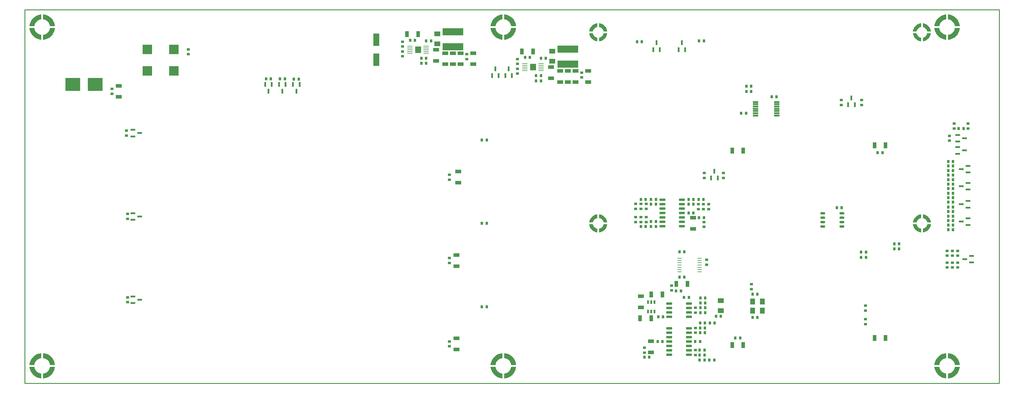
<source format=gtp>
G04 Layer_Color=10723209*
%FSLAX43Y43*%
%MOMM*%
G71*
G01*
G75*
%ADD10R,2.700X2.700*%
%ADD12R,6.000X2.000*%
%ADD13R,0.600X1.000*%
%ADD14R,0.600X1.350*%
%ADD15O,1.450X0.650*%
%ADD16R,1.340X1.800*%
%ADD17R,0.900X0.800*%
G04:AMPARAMS|DCode=18|XSize=0.45mm|YSize=1.6mm|CornerRadius=0.05mm|HoleSize=0mm|Usage=FLASHONLY|Rotation=90.000|XOffset=0mm|YOffset=0mm|HoleType=Round|Shape=RoundedRectangle|*
%AMROUNDEDRECTD18*
21,1,0.450,1.501,0,0,90.0*
21,1,0.351,1.600,0,0,90.0*
1,1,0.099,0.750,0.175*
1,1,0.099,0.750,-0.175*
1,1,0.099,-0.750,-0.175*
1,1,0.099,-0.750,0.175*
%
%ADD18ROUNDEDRECTD18*%
%ADD19R,4.240X3.810*%
%ADD20R,0.800X0.900*%
%ADD21R,1.800X3.550*%
G04:AMPARAMS|DCode=23|XSize=0.65mm|YSize=1.65mm|CornerRadius=0.049mm|HoleSize=0mm|Usage=FLASHONLY|Rotation=270.000|XOffset=0mm|YOffset=0mm|HoleType=Round|Shape=RoundedRectangle|*
%AMROUNDEDRECTD23*
21,1,0.650,1.552,0,0,270.0*
21,1,0.552,1.650,0,0,270.0*
1,1,0.098,-0.776,-0.276*
1,1,0.098,-0.776,0.276*
1,1,0.098,0.776,0.276*
1,1,0.098,0.776,-0.276*
%
%ADD23ROUNDEDRECTD23*%
%ADD24R,1.700X1.000*%
G04:AMPARAMS|DCode=26|XSize=1.73mm|YSize=1.9mm|CornerRadius=0.052mm|HoleSize=0mm|Usage=FLASHONLY|Rotation=0.000|XOffset=0mm|YOffset=0mm|HoleType=Round|Shape=RoundedRectangle|*
%AMROUNDEDRECTD26*
21,1,1.730,1.796,0,0,0.0*
21,1,1.626,1.900,0,0,0.0*
1,1,0.104,0.813,-0.898*
1,1,0.104,-0.813,-0.898*
1,1,0.104,-0.813,0.898*
1,1,0.104,0.813,0.898*
%
%ADD26ROUNDEDRECTD26*%
%ADD27R,1.350X0.600*%
%ADD28R,1.000X1.700*%
%ADD29R,1.800X1.340*%
%ADD38C,0.254*%
%ADD76O,1.300X0.250*%
G04:AMPARAMS|DCode=77|XSize=0.2mm|YSize=1.45mm|CornerRadius=0mm|HoleSize=0mm|Usage=FLASHONLY|Rotation=90.000|XOffset=0mm|YOffset=0mm|HoleType=Round|Shape=RoundedRectangle|*
%AMROUNDEDRECTD77*
21,1,0.200,1.450,0,0,90.0*
21,1,0.200,1.450,0,0,90.0*
1,1,0.000,0.725,0.100*
1,1,0.000,0.725,-0.100*
1,1,0.000,-0.725,-0.100*
1,1,0.000,-0.725,0.100*
%
%ADD77ROUNDEDRECTD77*%
G36*
X256240Y45750D02*
X256264Y45632D01*
X256340Y45402D01*
X256450Y45188D01*
X256592Y44993D01*
X256763Y44822D01*
X256958Y44680D01*
X257172Y44570D01*
X257402Y44494D01*
X257520Y44470D01*
X257520Y44470D01*
X257520D01*
X257520Y43412D01*
X257297Y43434D01*
X256864Y43553D01*
X256457Y43744D01*
X256090Y44003D01*
X255773Y44320D01*
X255514Y44688D01*
X255323Y45094D01*
X255204Y45527D01*
X255182Y45750D01*
Y45750D01*
X256241D01*
X256240Y45750D01*
D02*
G37*
G36*
X167338Y45750D02*
X167316Y45527D01*
X167197Y45094D01*
X167006Y44688D01*
X166747Y44320D01*
X166430Y44003D01*
X166062Y43744D01*
X165656Y43553D01*
X165223Y43434D01*
X165000Y43412D01*
X165000D01*
Y44471D01*
X165000Y44470D01*
X165118Y44494D01*
X165348Y44570D01*
X165562Y44680D01*
X165757Y44822D01*
X165928Y44993D01*
X166070Y45188D01*
X166180Y45402D01*
X166256Y45632D01*
X166280Y45750D01*
Y45750D01*
Y45750D01*
X167338Y45750D01*
D02*
G37*
G36*
X163220Y45750D02*
X163244Y45632D01*
X163320Y45402D01*
X163430Y45188D01*
X163572Y44993D01*
X163743Y44822D01*
X163938Y44680D01*
X164152Y44570D01*
X164382Y44494D01*
X164500Y44470D01*
X164500Y44470D01*
X164500D01*
X164500Y43412D01*
X164277Y43434D01*
X163844Y43553D01*
X163438Y43744D01*
X163070Y44003D01*
X162753Y44320D01*
X162494Y44688D01*
X162303Y45094D01*
X162184Y45527D01*
X162162Y45750D01*
Y45750D01*
X163221D01*
X163220Y45750D01*
D02*
G37*
G36*
X141141Y5250D02*
Y5250D01*
D01*
Y5250D01*
D02*
G37*
G36*
X137250Y8641D02*
Y7236D01*
X137250D01*
Y7236D01*
X137063Y7207D01*
X136699Y7103D01*
X136358Y6938D01*
X136049Y6719D01*
X135781Y6452D01*
X135562Y6143D01*
X135398Y5801D01*
X135293Y5437D01*
X135264Y5250D01*
Y5250D01*
X133859D01*
X133874Y5468D01*
X133955Y5897D01*
X134087Y6313D01*
X134268Y6710D01*
X134495Y7083D01*
X134765Y7427D01*
X135074Y7735D01*
X135417Y8005D01*
X135790Y8232D01*
X136187Y8413D01*
X136603Y8545D01*
X137032Y8626D01*
X137250Y8641D01*
D01*
X137250D01*
X137250D01*
D02*
G37*
G36*
X260358Y45750D02*
X260336Y45527D01*
X260217Y45094D01*
X260026Y44688D01*
X259767Y44320D01*
X259450Y44003D01*
X259082Y43744D01*
X258676Y43553D01*
X258243Y43434D01*
X258020Y43412D01*
X258020D01*
Y44471D01*
X258020Y44470D01*
X258138Y44494D01*
X258368Y44570D01*
X258582Y44680D01*
X258777Y44822D01*
X258948Y44993D01*
X259090Y45188D01*
X259200Y45402D01*
X259276Y45632D01*
X259300Y45750D01*
Y45750D01*
Y45750D01*
X260358Y45750D01*
D02*
G37*
G36*
X257520Y47529D02*
X257520Y47530D01*
X257402Y47506D01*
X257172Y47430D01*
X256958Y47320D01*
X256763Y47178D01*
X256592Y47007D01*
X256450Y46812D01*
X256340Y46598D01*
X256264Y46368D01*
X256240Y46250D01*
X256240D01*
Y46250D01*
X255182D01*
X255204Y46473D01*
X255323Y46906D01*
X255514Y47312D01*
X255773Y47680D01*
X256090Y47997D01*
X256457Y48256D01*
X256864Y48447D01*
X257297Y48566D01*
X257520Y48588D01*
Y48588D01*
X257520D01*
Y47529D01*
D02*
G37*
G36*
X163220Y100750D02*
X163244Y100632D01*
X163320Y100402D01*
X163430Y100188D01*
X163572Y99993D01*
X163743Y99822D01*
X163938Y99680D01*
X164152Y99570D01*
X164382Y99494D01*
X164500Y99470D01*
X164500Y99470D01*
X164500D01*
X164500Y98412D01*
X164277Y98434D01*
X163844Y98553D01*
X163438Y98744D01*
X163070Y99003D01*
X162753Y99320D01*
X162494Y99688D01*
X162303Y100094D01*
X162184Y100527D01*
X162162Y100750D01*
Y100750D01*
X163221D01*
X163220Y100750D01*
D02*
G37*
G36*
X164500Y47529D02*
X164500Y47530D01*
X164382Y47506D01*
X164152Y47430D01*
X163938Y47320D01*
X163743Y47178D01*
X163572Y47007D01*
X163430Y46812D01*
X163320Y46598D01*
X163244Y46368D01*
X163220Y46250D01*
X163220D01*
Y46250D01*
X162162D01*
X162184Y46473D01*
X162303Y46906D01*
X162494Y47312D01*
X162753Y47680D01*
X163070Y47997D01*
X163438Y48256D01*
X163844Y48447D01*
X164277Y48566D01*
X164500Y48588D01*
Y48588D01*
X164500D01*
Y47529D01*
D02*
G37*
G36*
X165223Y48566D02*
X165656Y48447D01*
X166062Y48256D01*
X166430Y47997D01*
X166747Y47680D01*
X167006Y47312D01*
X167197Y46906D01*
X167316Y46473D01*
X167338Y46250D01*
X167338Y46250D01*
Y46250D01*
X166279D01*
X166280Y46250D01*
X166256Y46368D01*
X166180Y46598D01*
X166070Y46812D01*
X165928Y47007D01*
X165757Y47178D01*
X165562Y47320D01*
X165348Y47430D01*
X165118Y47506D01*
X165000Y47530D01*
X165000D01*
Y48588D01*
X165223Y48566D01*
D02*
G37*
G36*
X258243D02*
X258676Y48447D01*
X259082Y48256D01*
X259450Y47997D01*
X259767Y47680D01*
X260026Y47312D01*
X260217Y46906D01*
X260336Y46473D01*
X260358Y46250D01*
X260358Y46250D01*
Y46250D01*
X259299D01*
X259300Y46250D01*
X259276Y46368D01*
X259200Y46598D01*
X259090Y46812D01*
X258948Y47007D01*
X258777Y47178D01*
X258582Y47320D01*
X258368Y47430D01*
X258138Y47506D01*
X258020Y47530D01*
X258020D01*
Y48588D01*
X258243Y48566D01*
D02*
G37*
G36*
X2793Y4563D02*
X2897Y4199D01*
X3062Y3858D01*
X3281Y3549D01*
X3548Y3281D01*
X3857Y3062D01*
X4199Y2898D01*
X4563Y2793D01*
X4750Y2764D01*
X4750D01*
Y1359D01*
X4750Y1359D01*
X4532Y1374D01*
X4103Y1455D01*
X3687Y1587D01*
X3290Y1768D01*
X2917Y1995D01*
X2573Y2265D01*
X2265Y2573D01*
X1995Y2917D01*
X1768Y3290D01*
X1587Y3687D01*
X1455Y4103D01*
X1374Y4532D01*
X1359Y4750D01*
X1359Y4750D01*
X2764D01*
Y4750D01*
X2793Y4563D01*
D02*
G37*
G36*
X262793D02*
X262897Y4199D01*
X263062Y3858D01*
X263281Y3549D01*
X263548Y3281D01*
X263857Y3062D01*
X264199Y2898D01*
X264563Y2793D01*
X264750Y2764D01*
X264750D01*
Y1359D01*
X264750Y1359D01*
X264532Y1374D01*
X264103Y1455D01*
X263687Y1587D01*
X263290Y1768D01*
X262917Y1995D01*
X262573Y2265D01*
X262265Y2573D01*
X261995Y2917D01*
X261768Y3290D01*
X261587Y3687D01*
X261455Y4103D01*
X261374Y4532D01*
X261359Y4750D01*
X261359Y4750D01*
X262764D01*
Y4750D01*
X262793Y4563D01*
D02*
G37*
G36*
X141141Y4750D02*
X141126Y4532D01*
X141045Y4103D01*
X140913Y3687D01*
X140732Y3290D01*
X140505Y2917D01*
X140235Y2573D01*
X139926Y2265D01*
X139583Y1995D01*
X139210Y1768D01*
X138813Y1587D01*
X138397Y1455D01*
X137968Y1374D01*
X137750Y1359D01*
X137750Y1359D01*
Y2764D01*
X137750D01*
X137937Y2793D01*
X138301Y2897D01*
X138642Y3062D01*
X138951Y3281D01*
X139219Y3548D01*
X139438Y3857D01*
X139602Y4199D01*
X139707Y4563D01*
X139736Y4750D01*
X139736Y4750D01*
X141141D01*
Y4750D01*
D02*
G37*
G36*
X8641Y4750D02*
X8626Y4532D01*
X8545Y4103D01*
X8413Y3687D01*
X8232Y3290D01*
X8005Y2917D01*
X7735Y2573D01*
X7426Y2265D01*
X7083Y1995D01*
X6710Y1768D01*
X6313Y1587D01*
X5897Y1455D01*
X5468Y1373D01*
X5250Y1359D01*
X5250Y1359D01*
Y2764D01*
X5250D01*
X5437Y2793D01*
X5801Y2897D01*
X6142Y3062D01*
X6451Y3281D01*
X6719Y3548D01*
X6938Y3857D01*
X7102Y4199D01*
X7207Y4563D01*
X7236Y4750D01*
X7236Y4750D01*
X8641D01*
Y4750D01*
D02*
G37*
G36*
X268641D02*
X268626Y4532D01*
X268545Y4103D01*
X268413Y3687D01*
X268232Y3290D01*
X268005Y2917D01*
X267735Y2573D01*
X267427Y2265D01*
X267083Y1995D01*
X266710Y1768D01*
X266313Y1587D01*
X265897Y1455D01*
X265468Y1373D01*
X265250Y1359D01*
X265250Y1359D01*
Y2764D01*
X265250D01*
X265437Y2793D01*
X265801Y2897D01*
X266142Y3062D01*
X266451Y3281D01*
X266719Y3548D01*
X266938Y3857D01*
X267102Y4199D01*
X267207Y4563D01*
X267236Y4750D01*
X267236Y4750D01*
X268641D01*
Y4750D01*
D02*
G37*
G36*
X135293Y4563D02*
X135397Y4199D01*
X135562Y3858D01*
X135781Y3549D01*
X136048Y3281D01*
X136357Y3062D01*
X136699Y2898D01*
X137063Y2793D01*
X137250Y2764D01*
X137250D01*
Y1359D01*
X137250Y1359D01*
X137032Y1374D01*
X136603Y1455D01*
X136187Y1587D01*
X135790Y1768D01*
X135417Y1995D01*
X135073Y2265D01*
X134765Y2573D01*
X134495Y2917D01*
X134268Y3290D01*
X134087Y3687D01*
X133955Y4103D01*
X133874Y4532D01*
X133859Y4750D01*
X133859Y4750D01*
X135264D01*
Y4750D01*
X135293Y4563D01*
D02*
G37*
G36*
X4750Y8641D02*
Y7236D01*
X4750D01*
Y7236D01*
X4563Y7207D01*
X4199Y7102D01*
X3858Y6938D01*
X3549Y6719D01*
X3281Y6452D01*
X3062Y6143D01*
X2898Y5801D01*
X2793Y5437D01*
X2764Y5250D01*
Y5250D01*
X1359D01*
X1374Y5468D01*
X1455Y5897D01*
X1587Y6313D01*
X1768Y6710D01*
X1995Y7083D01*
X2265Y7427D01*
X2573Y7735D01*
X2917Y8005D01*
X3290Y8232D01*
X3687Y8413D01*
X4103Y8545D01*
X4532Y8626D01*
X4750Y8641D01*
D01*
X4750D01*
X4750D01*
D02*
G37*
G36*
X264750D02*
Y7236D01*
X264750D01*
Y7236D01*
X264563Y7207D01*
X264199Y7102D01*
X263858Y6938D01*
X263549Y6719D01*
X263281Y6452D01*
X263062Y6143D01*
X262898Y5801D01*
X262793Y5437D01*
X262764Y5250D01*
Y5250D01*
X261359D01*
X261374Y5468D01*
X261455Y5897D01*
X261587Y6313D01*
X261768Y6710D01*
X261995Y7083D01*
X262265Y7427D01*
X262573Y7735D01*
X262917Y8005D01*
X263290Y8232D01*
X263687Y8413D01*
X264103Y8545D01*
X264532Y8626D01*
X264750Y8641D01*
D01*
X264750D01*
X264750D01*
D02*
G37*
G36*
X265468Y8626D02*
X265897Y8545D01*
X266313Y8413D01*
X266710Y8232D01*
X267083Y8005D01*
X267427Y7735D01*
X267735Y7426D01*
X268005Y7083D01*
X268232Y6710D01*
X268413Y6313D01*
X268545Y5897D01*
X268626Y5468D01*
X268641Y5250D01*
D01*
Y5250D01*
Y5250D01*
X267236D01*
Y5250D01*
X267236Y5250D01*
X267207Y5437D01*
X267103Y5801D01*
X266938Y6142D01*
X266719Y6451D01*
X266452Y6719D01*
X266143Y6938D01*
X265801Y7102D01*
X265437Y7207D01*
X265250Y7236D01*
X265250Y7236D01*
Y8641D01*
X265468Y8626D01*
D02*
G37*
G36*
X5468D02*
X5897Y8545D01*
X6313Y8413D01*
X6710Y8232D01*
X7083Y8005D01*
X7427Y7735D01*
X7735Y7426D01*
X8005Y7083D01*
X8232Y6710D01*
X8413Y6313D01*
X8545Y5897D01*
X8626Y5468D01*
X8641Y5250D01*
D01*
Y5250D01*
Y5250D01*
X7236D01*
Y5250D01*
X7236Y5250D01*
X7207Y5437D01*
X7103Y5801D01*
X6938Y6142D01*
X6719Y6451D01*
X6452Y6719D01*
X6143Y6938D01*
X5801Y7102D01*
X5437Y7207D01*
X5250Y7236D01*
X5250Y7236D01*
Y8641D01*
X5468Y8626D01*
D02*
G37*
G36*
X137968Y8626D02*
X138397Y8545D01*
X138813Y8413D01*
X139210Y8232D01*
X139583Y8005D01*
X139927Y7735D01*
X140235Y7426D01*
X140505Y7083D01*
X140732Y6710D01*
X140913Y6313D01*
X141045Y5897D01*
X141126Y5468D01*
X141141Y5250D01*
X139736D01*
Y5250D01*
X139736Y5250D01*
X139707Y5437D01*
X139603Y5801D01*
X139438Y6142D01*
X139219Y6451D01*
X138952Y6719D01*
X138643Y6938D01*
X138301Y7102D01*
X137937Y7207D01*
X137750Y7236D01*
X137750Y7236D01*
Y8641D01*
X137968Y8626D01*
D02*
G37*
G36*
Y106126D02*
X138397Y106045D01*
X138813Y105913D01*
X139210Y105732D01*
X139583Y105505D01*
X139927Y105235D01*
X140235Y104926D01*
X140505Y104583D01*
X140732Y104210D01*
X140913Y103813D01*
X141045Y103397D01*
X141126Y102968D01*
X141141Y102750D01*
D01*
Y102750D01*
Y102750D01*
X139736D01*
Y102750D01*
X139736Y102750D01*
X139707Y102937D01*
X139603Y103301D01*
X139438Y103642D01*
X139219Y103951D01*
X138952Y104219D01*
X138643Y104438D01*
X138301Y104602D01*
X137937Y104707D01*
X137750Y104736D01*
X137750Y104736D01*
Y106141D01*
X137968Y106126D01*
D02*
G37*
G36*
X265468D02*
X265897Y106045D01*
X266313Y105913D01*
X266710Y105732D01*
X267083Y105505D01*
X267427Y105235D01*
X267735Y104926D01*
X268005Y104583D01*
X268232Y104210D01*
X268413Y103813D01*
X268545Y103397D01*
X268626Y102968D01*
X268641Y102750D01*
D01*
Y102750D01*
Y102750D01*
X267236D01*
Y102750D01*
X267236Y102750D01*
X267207Y102937D01*
X267103Y103301D01*
X266938Y103642D01*
X266719Y103951D01*
X266452Y104219D01*
X266143Y104438D01*
X265801Y104602D01*
X265437Y104707D01*
X265250Y104736D01*
X265250Y104736D01*
Y106141D01*
X265468Y106126D01*
D02*
G37*
G36*
X5468D02*
X5897Y106045D01*
X6313Y105913D01*
X6710Y105732D01*
X7083Y105505D01*
X7427Y105235D01*
X7735Y104926D01*
X8005Y104583D01*
X8232Y104210D01*
X8413Y103813D01*
X8545Y103397D01*
X8626Y102968D01*
X8641Y102750D01*
D01*
Y102750D01*
Y102750D01*
X7236D01*
Y102750D01*
X7236Y102750D01*
X7207Y102937D01*
X7103Y103301D01*
X6938Y103642D01*
X6719Y103951D01*
X6452Y104219D01*
X6143Y104438D01*
X5801Y104602D01*
X5437Y104707D01*
X5250Y104736D01*
X5250Y104736D01*
Y106141D01*
X5468Y106126D01*
D02*
G37*
G36*
X164500Y102529D02*
X164500Y102530D01*
X164382Y102506D01*
X164152Y102430D01*
X163938Y102320D01*
X163743Y102178D01*
X163572Y102007D01*
X163430Y101812D01*
X163320Y101598D01*
X163244Y101368D01*
X163220Y101250D01*
X163220D01*
Y101250D01*
X162162D01*
X162184Y101473D01*
X162303Y101906D01*
X162494Y102312D01*
X162753Y102680D01*
X163070Y102997D01*
X163438Y103256D01*
X163844Y103447D01*
X164277Y103566D01*
X164500Y103588D01*
Y103588D01*
X164500D01*
Y102529D01*
D02*
G37*
G36*
X257500D02*
X257500Y102530D01*
X257382Y102506D01*
X257152Y102430D01*
X256938Y102320D01*
X256743Y102178D01*
X256572Y102007D01*
X256430Y101812D01*
X256320Y101598D01*
X256244Y101368D01*
X256220Y101250D01*
X256220D01*
Y101250D01*
X255162D01*
X255184Y101473D01*
X255303Y101906D01*
X255494Y102312D01*
X255753Y102680D01*
X256070Y102997D01*
X256438Y103256D01*
X256844Y103447D01*
X257277Y103566D01*
X257500Y103588D01*
Y103588D01*
X257500D01*
Y102529D01*
D02*
G37*
G36*
X4750Y104736D02*
X4750D01*
Y104736D01*
X4563Y104707D01*
X4199Y104603D01*
X3858Y104438D01*
X3549Y104219D01*
X3281Y103952D01*
X3062Y103643D01*
X2898Y103301D01*
X2793Y102937D01*
X2764Y102750D01*
Y102750D01*
X1359D01*
X1374Y102968D01*
X1455Y103397D01*
X1587Y103813D01*
X1768Y104210D01*
X1995Y104583D01*
X2265Y104927D01*
X2573Y105235D01*
X2917Y105505D01*
X3290Y105732D01*
X3687Y105913D01*
X4103Y106045D01*
X4532Y106126D01*
X4750Y106141D01*
Y104736D01*
D02*
G37*
G36*
X137250Y106141D02*
D01*
X137250D01*
X137250D01*
D02*
G37*
G36*
X264750D02*
D01*
X264750D01*
X264750D01*
D02*
G37*
G36*
X4750D02*
D01*
X4750D01*
X4750D01*
D02*
G37*
G36*
X137250Y104736D02*
X137250D01*
Y104736D01*
X137063Y104707D01*
X136699Y104603D01*
X136358Y104438D01*
X136049Y104219D01*
X135781Y103952D01*
X135562Y103643D01*
X135398Y103301D01*
X135293Y102937D01*
X135264Y102750D01*
Y102750D01*
X133859D01*
X133874Y102968D01*
X133955Y103397D01*
X134087Y103813D01*
X134268Y104210D01*
X134495Y104583D01*
X134765Y104927D01*
X135074Y105235D01*
X135417Y105505D01*
X135790Y105732D01*
X136187Y105913D01*
X136603Y106045D01*
X137032Y106126D01*
X137250Y106141D01*
Y104736D01*
D02*
G37*
G36*
X264750D02*
X264750D01*
Y104736D01*
X264563Y104707D01*
X264199Y104603D01*
X263858Y104438D01*
X263549Y104219D01*
X263281Y103952D01*
X263062Y103643D01*
X262898Y103301D01*
X262793Y102937D01*
X262764Y102750D01*
Y102750D01*
X261359D01*
X261374Y102968D01*
X261455Y103397D01*
X261587Y103813D01*
X261768Y104210D01*
X261995Y104583D01*
X262265Y104927D01*
X262573Y105235D01*
X262917Y105505D01*
X263290Y105732D01*
X263687Y105913D01*
X264103Y106045D01*
X264532Y106126D01*
X264750Y106141D01*
Y104736D01*
D02*
G37*
G36*
X268641Y102250D02*
X268626Y102032D01*
X268545Y101603D01*
X268413Y101187D01*
X268232Y100790D01*
X268005Y100417D01*
X267735Y100073D01*
X267427Y99765D01*
X267083Y99495D01*
X266710Y99268D01*
X266313Y99087D01*
X265897Y98955D01*
X265468Y98874D01*
X265250Y98859D01*
X265250Y98859D01*
Y100264D01*
X265250D01*
X265437Y100293D01*
X265801Y100397D01*
X266142Y100562D01*
X266451Y100781D01*
X266719Y101048D01*
X266938Y101357D01*
X267102Y101699D01*
X267207Y102063D01*
X267236Y102250D01*
X267236Y102250D01*
X268641D01*
Y102250D01*
D02*
G37*
G36*
X167338Y100750D02*
X167316Y100527D01*
X167197Y100094D01*
X167006Y99688D01*
X166747Y99320D01*
X166430Y99003D01*
X166062Y98744D01*
X165656Y98553D01*
X165223Y98434D01*
X165000Y98412D01*
X165000D01*
Y99471D01*
X165000Y99470D01*
X165118Y99494D01*
X165348Y99570D01*
X165562Y99680D01*
X165757Y99822D01*
X165928Y99993D01*
X166070Y100188D01*
X166180Y100402D01*
X166256Y100632D01*
X166280Y100750D01*
Y100750D01*
Y100750D01*
X167338Y100750D01*
D02*
G37*
G36*
X141141Y102250D02*
X141126Y102032D01*
X141045Y101603D01*
X140913Y101187D01*
X140732Y100790D01*
X140505Y100417D01*
X140235Y100073D01*
X139926Y99765D01*
X139583Y99495D01*
X139210Y99268D01*
X138813Y99087D01*
X138397Y98955D01*
X137968Y98874D01*
X137750Y98859D01*
X137750Y98859D01*
Y100264D01*
X137750D01*
X137937Y100293D01*
X138301Y100397D01*
X138642Y100562D01*
X138951Y100781D01*
X139219Y101048D01*
X139438Y101357D01*
X139602Y101699D01*
X139707Y102063D01*
X139736Y102250D01*
X139736Y102250D01*
X141141D01*
Y102250D01*
D02*
G37*
G36*
X256220Y100750D02*
X256244Y100632D01*
X256320Y100402D01*
X256430Y100188D01*
X256572Y99993D01*
X256743Y99822D01*
X256938Y99680D01*
X257152Y99570D01*
X257382Y99494D01*
X257500Y99470D01*
X257500Y99470D01*
X257500D01*
X257500Y98412D01*
X257277Y98434D01*
X256844Y98553D01*
X256438Y98744D01*
X256070Y99003D01*
X255753Y99320D01*
X255494Y99688D01*
X255303Y100094D01*
X255184Y100527D01*
X255162Y100750D01*
Y100750D01*
X256221D01*
X256220Y100750D01*
D02*
G37*
G36*
X8641Y102250D02*
X8626Y102032D01*
X8545Y101603D01*
X8413Y101187D01*
X8232Y100790D01*
X8005Y100417D01*
X7735Y100073D01*
X7426Y99765D01*
X7083Y99495D01*
X6710Y99268D01*
X6313Y99087D01*
X5897Y98955D01*
X5468Y98874D01*
X5250Y98859D01*
X5250Y98859D01*
Y100264D01*
X5250D01*
X5437Y100293D01*
X5801Y100397D01*
X6142Y100562D01*
X6451Y100781D01*
X6719Y101048D01*
X6938Y101357D01*
X7102Y101699D01*
X7207Y102063D01*
X7236Y102250D01*
X7236Y102250D01*
X8641D01*
Y102250D01*
D02*
G37*
G36*
X260338Y100750D02*
X260316Y100527D01*
X260197Y100094D01*
X260006Y99688D01*
X259747Y99320D01*
X259430Y99003D01*
X259062Y98744D01*
X258656Y98553D01*
X258223Y98434D01*
X258000Y98412D01*
X258000D01*
Y99471D01*
X258000Y99470D01*
X258118Y99494D01*
X258348Y99570D01*
X258562Y99680D01*
X258757Y99822D01*
X258928Y99993D01*
X259070Y100188D01*
X259180Y100402D01*
X259256Y100632D01*
X259280Y100750D01*
Y100750D01*
Y100750D01*
X260338Y100750D01*
D02*
G37*
G36*
X135293Y102063D02*
X135397Y101699D01*
X135562Y101358D01*
X135781Y101049D01*
X136048Y100781D01*
X136357Y100562D01*
X136699Y100398D01*
X137063Y100293D01*
X137250Y100264D01*
X137250D01*
Y98859D01*
X137250Y98859D01*
X137032Y98874D01*
X136603Y98955D01*
X136187Y99087D01*
X135790Y99268D01*
X135417Y99495D01*
X135073Y99765D01*
X134765Y100074D01*
X134495Y100417D01*
X134268Y100790D01*
X134087Y101187D01*
X133955Y101603D01*
X133874Y102032D01*
X133859Y102250D01*
X133859Y102250D01*
X135264D01*
Y102250D01*
X135293Y102063D01*
D02*
G37*
G36*
X262793D02*
X262897Y101699D01*
X263062Y101358D01*
X263281Y101049D01*
X263548Y100781D01*
X263857Y100562D01*
X264199Y100398D01*
X264563Y100293D01*
X264750Y100264D01*
X264750D01*
Y98859D01*
X264750Y98859D01*
X264532Y98874D01*
X264103Y98955D01*
X263687Y99087D01*
X263290Y99268D01*
X262917Y99495D01*
X262573Y99765D01*
X262265Y100074D01*
X261995Y100417D01*
X261768Y100790D01*
X261587Y101187D01*
X261455Y101603D01*
X261374Y102032D01*
X261359Y102250D01*
X261359Y102250D01*
X262764D01*
Y102250D01*
X262793Y102063D01*
D02*
G37*
G36*
X2793D02*
X2897Y101699D01*
X3062Y101358D01*
X3281Y101049D01*
X3548Y100781D01*
X3857Y100562D01*
X4199Y100398D01*
X4563Y100293D01*
X4750Y100264D01*
X4750D01*
Y98859D01*
X4750Y98859D01*
X4532Y98874D01*
X4103Y98955D01*
X3687Y99087D01*
X3290Y99268D01*
X2917Y99495D01*
X2573Y99765D01*
X2265Y100074D01*
X1995Y100417D01*
X1768Y100790D01*
X1587Y101187D01*
X1455Y101603D01*
X1374Y102032D01*
X1359Y102250D01*
X1359Y102250D01*
X2764D01*
Y102250D01*
X2793Y102063D01*
D02*
G37*
G36*
X165223Y103566D02*
X165656Y103447D01*
X166062Y103256D01*
X166430Y102997D01*
X166747Y102680D01*
X167006Y102312D01*
X167197Y101906D01*
X167316Y101473D01*
X167338Y101250D01*
X167338Y101250D01*
Y101250D01*
X166279D01*
X166280Y101250D01*
X166256Y101368D01*
X166180Y101598D01*
X166070Y101812D01*
X165928Y102007D01*
X165757Y102178D01*
X165562Y102320D01*
X165348Y102430D01*
X165118Y102506D01*
X165000Y102530D01*
X165000D01*
Y103588D01*
X165223Y103566D01*
D02*
G37*
G36*
X258223D02*
X258656Y103447D01*
X259062Y103256D01*
X259430Y102997D01*
X259747Y102680D01*
X260006Y102312D01*
X260197Y101906D01*
X260316Y101473D01*
X260338Y101250D01*
X260338Y101250D01*
Y101250D01*
X259279D01*
X259280Y101250D01*
X259256Y101368D01*
X259180Y101598D01*
X259070Y101812D01*
X258928Y102007D01*
X258757Y102178D01*
X258562Y102320D01*
X258348Y102430D01*
X258118Y102506D01*
X258000Y102530D01*
X258000D01*
Y103588D01*
X258223Y103566D01*
D02*
G37*
D10*
X35190Y89890D02*
D03*
X42810D02*
D03*
Y96110D02*
D03*
X35190D02*
D03*
D12*
X123000Y96850D02*
D03*
Y101150D02*
D03*
X156000Y91850D02*
D03*
Y96150D02*
D03*
D13*
X179050Y20625D02*
D03*
X180000D02*
D03*
X180950D02*
D03*
Y23375D02*
D03*
X180000D02*
D03*
X179050D02*
D03*
D14*
X138050Y88525D02*
D03*
X139950D02*
D03*
X139000Y90475D02*
D03*
X236550Y80125D02*
D03*
X238450D02*
D03*
X237500Y82075D02*
D03*
X180550Y96025D02*
D03*
X182450D02*
D03*
X181500Y97975D02*
D03*
X187850Y96025D02*
D03*
X189750D02*
D03*
X188800Y97975D02*
D03*
X78950Y85975D02*
D03*
X77050D02*
D03*
X78000Y84025D02*
D03*
X74950Y85975D02*
D03*
X73050D02*
D03*
X74000Y84025D02*
D03*
X70950Y85975D02*
D03*
X69050D02*
D03*
X70000Y84025D02*
D03*
X197180Y59095D02*
D03*
X199080D02*
D03*
X198130Y61045D02*
D03*
X134250Y88525D02*
D03*
X136150D02*
D03*
X135200Y90475D02*
D03*
D15*
X234725Y45095D02*
D03*
Y46365D02*
D03*
Y47635D02*
D03*
Y48905D02*
D03*
X229275Y45095D02*
D03*
Y46365D02*
D03*
Y47635D02*
D03*
Y48905D02*
D03*
D16*
X209070Y23500D02*
D03*
X211930D02*
D03*
X209070Y20900D02*
D03*
X211930D02*
D03*
D17*
X241500Y17000D02*
D03*
Y18400D02*
D03*
X265700Y69800D02*
D03*
Y71200D02*
D03*
X265000Y33300D02*
D03*
Y34700D02*
D03*
Y36700D02*
D03*
Y38100D02*
D03*
X266500Y34700D02*
D03*
Y33300D02*
D03*
Y36700D02*
D03*
Y38100D02*
D03*
X267000Y74700D02*
D03*
Y73300D02*
D03*
X271000Y74700D02*
D03*
Y73300D02*
D03*
X192700Y15900D02*
D03*
Y14500D02*
D03*
Y21700D02*
D03*
Y20300D02*
D03*
Y8100D02*
D03*
Y9500D02*
D03*
X178000Y8800D02*
D03*
Y10200D02*
D03*
X178500Y47800D02*
D03*
Y46400D02*
D03*
X122000Y12000D02*
D03*
Y10600D02*
D03*
X178500Y50200D02*
D03*
Y51600D02*
D03*
X122000Y36000D02*
D03*
Y34600D02*
D03*
X193500Y50100D02*
D03*
Y51500D02*
D03*
X122000Y60000D02*
D03*
Y58600D02*
D03*
X195100Y46400D02*
D03*
Y45000D02*
D03*
X195230Y59070D02*
D03*
Y60470D02*
D03*
X200730Y59070D02*
D03*
Y60470D02*
D03*
X25000Y84700D02*
D03*
Y83300D02*
D03*
X47000Y96100D02*
D03*
Y94700D02*
D03*
X160000Y89400D02*
D03*
Y88000D02*
D03*
X141500Y90500D02*
D03*
Y89100D02*
D03*
X127000Y93300D02*
D03*
Y94700D02*
D03*
X108500Y94100D02*
D03*
Y95500D02*
D03*
X185800Y26700D02*
D03*
Y28100D02*
D03*
X175500Y46400D02*
D03*
Y47800D02*
D03*
X177000D02*
D03*
Y46400D02*
D03*
X175500Y51600D02*
D03*
Y50200D02*
D03*
X177000D02*
D03*
Y51600D02*
D03*
X196500Y51500D02*
D03*
Y50100D02*
D03*
X195000D02*
D03*
Y51500D02*
D03*
X141500Y91900D02*
D03*
Y93300D02*
D03*
X108500Y96900D02*
D03*
Y98300D02*
D03*
X29500Y23300D02*
D03*
Y24700D02*
D03*
X240400Y80100D02*
D03*
Y81500D02*
D03*
X29500Y47300D02*
D03*
Y48700D02*
D03*
X234600Y80100D02*
D03*
Y81500D02*
D03*
X29200Y71300D02*
D03*
Y72700D02*
D03*
X268000Y36700D02*
D03*
Y38100D02*
D03*
Y34700D02*
D03*
Y33300D02*
D03*
X195900Y35500D02*
D03*
Y34100D02*
D03*
X241500Y22300D02*
D03*
Y20900D02*
D03*
X208800Y27100D02*
D03*
Y28500D02*
D03*
D18*
X216050Y77050D02*
D03*
Y77700D02*
D03*
Y78350D02*
D03*
Y79000D02*
D03*
Y79650D02*
D03*
Y80300D02*
D03*
Y80950D02*
D03*
X209950Y77050D02*
D03*
Y77700D02*
D03*
Y78350D02*
D03*
Y79000D02*
D03*
Y79650D02*
D03*
Y80300D02*
D03*
Y80950D02*
D03*
D19*
X20185Y86000D02*
D03*
X13815D02*
D03*
D20*
X195100Y47600D02*
D03*
X193700D02*
D03*
X195100Y98500D02*
D03*
X193700D02*
D03*
X240300Y36200D02*
D03*
X241700D02*
D03*
X251200Y38700D02*
D03*
X249800D02*
D03*
X241700Y37700D02*
D03*
X240300D02*
D03*
X249800Y40100D02*
D03*
X251200D02*
D03*
X208700Y85500D02*
D03*
X207300D02*
D03*
X208700Y84000D02*
D03*
X207300D02*
D03*
X207200Y77700D02*
D03*
X205800D02*
D03*
X268300Y73300D02*
D03*
X269700D02*
D03*
X196800Y17300D02*
D03*
X198200D02*
D03*
X194100Y23100D02*
D03*
X195500D02*
D03*
X198100Y6700D02*
D03*
X196700D02*
D03*
X183200Y12000D02*
D03*
X181800D02*
D03*
X177000Y45100D02*
D03*
X178400D02*
D03*
X188100Y37800D02*
D03*
X189500D02*
D03*
X177000Y52900D02*
D03*
X178400D02*
D03*
X195000D02*
D03*
X193600D02*
D03*
X187100Y26600D02*
D03*
X188500D02*
D03*
X188100Y30500D02*
D03*
X189500D02*
D03*
X190700Y49000D02*
D03*
X192100D02*
D03*
X205530Y12970D02*
D03*
X204130D02*
D03*
X245030Y66370D02*
D03*
X246430D02*
D03*
X234700Y50500D02*
D03*
X233300D02*
D03*
X148300Y93500D02*
D03*
X149700D02*
D03*
X143700Y93800D02*
D03*
X145100D02*
D03*
X115300Y98500D02*
D03*
X116700D02*
D03*
X112100Y98700D02*
D03*
X110700D02*
D03*
X175900Y98300D02*
D03*
X177300D02*
D03*
X216000Y82400D02*
D03*
X214600D02*
D03*
X178000Y7500D02*
D03*
X179400D02*
D03*
X195400Y17300D02*
D03*
X194000D02*
D03*
Y15900D02*
D03*
X195400D02*
D03*
X194000Y14500D02*
D03*
X195400D02*
D03*
X194100Y21700D02*
D03*
X195500D02*
D03*
Y24500D02*
D03*
X194100D02*
D03*
Y20300D02*
D03*
X195500D02*
D03*
X179900Y45100D02*
D03*
X181300D02*
D03*
Y46500D02*
D03*
X179900D02*
D03*
X131300Y22000D02*
D03*
X132700D02*
D03*
X179900Y52900D02*
D03*
X181300D02*
D03*
Y51500D02*
D03*
X179900D02*
D03*
X131300Y46000D02*
D03*
X132700D02*
D03*
X192100Y52900D02*
D03*
X190700D02*
D03*
Y51500D02*
D03*
X192100D02*
D03*
X131300Y70000D02*
D03*
X132700D02*
D03*
X146900Y87000D02*
D03*
X148300D02*
D03*
Y88500D02*
D03*
X146900D02*
D03*
X113900Y92100D02*
D03*
X115300D02*
D03*
Y93500D02*
D03*
X113900D02*
D03*
X77300Y87500D02*
D03*
X78700D02*
D03*
X73300Y87600D02*
D03*
X74700D02*
D03*
X69300D02*
D03*
X70700D02*
D03*
X265300Y45500D02*
D03*
X266700D02*
D03*
X265300Y46800D02*
D03*
X266700D02*
D03*
X265300Y50700D02*
D03*
X266700D02*
D03*
X265300Y52100D02*
D03*
X266700D02*
D03*
X192600Y12000D02*
D03*
X194000D02*
D03*
X183400Y19100D02*
D03*
X182000D02*
D03*
X190800Y24700D02*
D03*
X189400D02*
D03*
X193900Y8100D02*
D03*
X195300D02*
D03*
Y6700D02*
D03*
X193900D02*
D03*
Y9500D02*
D03*
X195300D02*
D03*
X265300Y56000D02*
D03*
X266700D02*
D03*
X265300Y57300D02*
D03*
X266700D02*
D03*
X265300Y61200D02*
D03*
X266700D02*
D03*
X265300Y62500D02*
D03*
X266700D02*
D03*
Y63800D02*
D03*
X265300D02*
D03*
X266700Y59900D02*
D03*
X265300D02*
D03*
X266700Y58600D02*
D03*
X265300D02*
D03*
X266700Y54700D02*
D03*
X265300D02*
D03*
X266700Y53400D02*
D03*
X265300D02*
D03*
X266700Y49400D02*
D03*
X265300D02*
D03*
X266700Y48100D02*
D03*
X265300D02*
D03*
X266700Y44200D02*
D03*
X265300D02*
D03*
X209100Y18900D02*
D03*
X210500D02*
D03*
X200000Y19300D02*
D03*
X198600D02*
D03*
X209100Y25600D02*
D03*
X210500D02*
D03*
D21*
X101000Y93125D02*
D03*
Y98875D02*
D03*
D23*
X183175Y52810D02*
D03*
Y51540D02*
D03*
Y50270D02*
D03*
Y49000D02*
D03*
Y47730D02*
D03*
Y46460D02*
D03*
Y45190D02*
D03*
X188825Y52810D02*
D03*
Y51540D02*
D03*
Y50270D02*
D03*
Y49000D02*
D03*
Y47730D02*
D03*
Y46460D02*
D03*
Y45190D02*
D03*
X190825Y19095D02*
D03*
Y20365D02*
D03*
Y21635D02*
D03*
Y22905D02*
D03*
X185175Y19095D02*
D03*
Y20365D02*
D03*
Y21635D02*
D03*
Y22905D02*
D03*
X190825Y8190D02*
D03*
Y9460D02*
D03*
Y10730D02*
D03*
Y12000D02*
D03*
Y13270D02*
D03*
Y14540D02*
D03*
Y15810D02*
D03*
X185175Y8190D02*
D03*
Y9460D02*
D03*
Y10730D02*
D03*
Y12000D02*
D03*
Y13270D02*
D03*
Y14540D02*
D03*
Y15810D02*
D03*
D24*
X125200Y91800D02*
D03*
Y95000D02*
D03*
X128800D02*
D03*
Y91800D02*
D03*
X179900Y12100D02*
D03*
Y8900D02*
D03*
X124000Y9700D02*
D03*
Y12900D02*
D03*
Y33700D02*
D03*
Y36900D02*
D03*
X124500Y57700D02*
D03*
Y60900D02*
D03*
X192000Y44400D02*
D03*
Y47600D02*
D03*
X27000Y82400D02*
D03*
Y85600D02*
D03*
X153800Y86700D02*
D03*
Y89900D02*
D03*
X156000Y86700D02*
D03*
Y89900D02*
D03*
X158200Y86700D02*
D03*
Y89900D02*
D03*
X120800Y91800D02*
D03*
Y95000D02*
D03*
X123000Y91800D02*
D03*
Y95000D02*
D03*
X151200Y87800D02*
D03*
Y91000D02*
D03*
X118200Y92800D02*
D03*
Y96000D02*
D03*
X177000Y21800D02*
D03*
Y25000D02*
D03*
X161900Y89900D02*
D03*
Y86700D02*
D03*
D26*
X113000Y96000D02*
D03*
X146000Y91000D02*
D03*
D27*
X269975Y70500D02*
D03*
X268025Y69550D02*
D03*
Y71450D02*
D03*
X270025Y35700D02*
D03*
X271975Y36650D02*
D03*
Y34750D02*
D03*
X270975Y45550D02*
D03*
Y47450D02*
D03*
X269025Y46500D02*
D03*
X270975Y50550D02*
D03*
Y52450D02*
D03*
X269025Y51500D02*
D03*
X270975Y55750D02*
D03*
Y57650D02*
D03*
X269025Y56700D02*
D03*
X270975Y60650D02*
D03*
Y62550D02*
D03*
X269025Y61600D02*
D03*
X31025Y24950D02*
D03*
Y23050D02*
D03*
X32975Y24000D02*
D03*
X31025Y48950D02*
D03*
Y47050D02*
D03*
X32975Y48000D02*
D03*
X31025Y72950D02*
D03*
Y71050D02*
D03*
X32975Y72000D02*
D03*
X268025Y67950D02*
D03*
Y66050D02*
D03*
X269975Y67000D02*
D03*
D28*
X190400Y28600D02*
D03*
X187200D02*
D03*
X203230Y10970D02*
D03*
X206430D02*
D03*
X247330Y68470D02*
D03*
X244130D02*
D03*
Y12970D02*
D03*
X247330D02*
D03*
X206430Y66970D02*
D03*
X203230D02*
D03*
X146000Y95500D02*
D03*
X142800D02*
D03*
X113000Y100500D02*
D03*
X109800D02*
D03*
X183200Y25500D02*
D03*
X180000D02*
D03*
X176800Y18700D02*
D03*
X180000D02*
D03*
D29*
X151500Y95530D02*
D03*
Y92670D02*
D03*
X118500Y97670D02*
D03*
Y100530D02*
D03*
X200000Y23730D02*
D03*
Y20870D02*
D03*
D38*
X0Y0D02*
Y107500D01*
X280000D01*
Y0D02*
Y107500D01*
X0Y0D02*
X280000D01*
D76*
X188125Y35950D02*
D03*
Y35300D02*
D03*
Y34650D02*
D03*
Y34000D02*
D03*
Y33350D02*
D03*
Y32700D02*
D03*
Y32050D02*
D03*
X193875Y35950D02*
D03*
Y35300D02*
D03*
Y34650D02*
D03*
Y34000D02*
D03*
Y33350D02*
D03*
Y32700D02*
D03*
Y32050D02*
D03*
D77*
X115325Y95000D02*
D03*
Y95500D02*
D03*
Y96000D02*
D03*
Y96500D02*
D03*
X110675Y95000D02*
D03*
Y95500D02*
D03*
Y96000D02*
D03*
Y96500D02*
D03*
Y97000D02*
D03*
X115325D02*
D03*
X148325Y92000D02*
D03*
X143675D02*
D03*
Y91500D02*
D03*
Y91000D02*
D03*
Y90500D02*
D03*
Y90000D02*
D03*
X148325Y91500D02*
D03*
Y91000D02*
D03*
Y90500D02*
D03*
Y90000D02*
D03*
M02*

</source>
